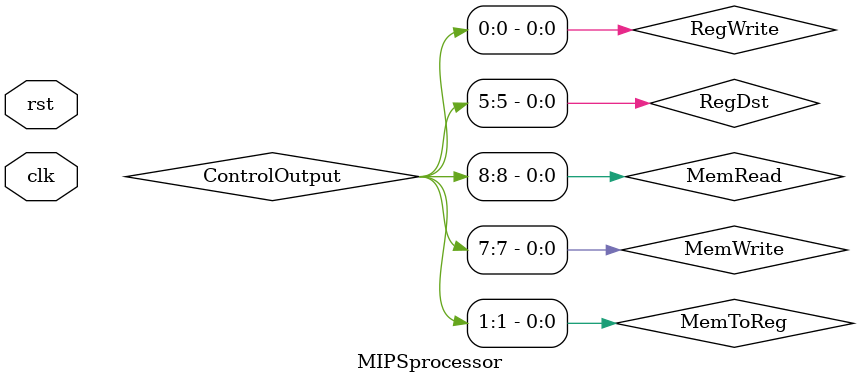
<source format=v>
`timescale 1ns/1ns

module MIPSprocessor (input clk, rst);
    
    wire PCWrite, MemWrite, MemRead, RegDst, MemtoReg, RegWrite, ALUSrc, ZeroFlag, IF_IdWriteWire, HazardSel, WriteRegSignalStage4, WriteRegSignalStage5, MemReadNextStage, aclr, EorEbar;
    wire [1:0] PcSrc, ForwardingWire3, ForwardingWire4;
    wire [2:0] ALUop;
    wire [4:0] RtWire, RsWire, RdWire, RDRegstage4, RDRegstage5, Rs, Rt;
    wire [5:0] Opcode;
    wire [8:0] ControlOutput;
    wire [31:0] Instruction;

    assign Rs = Instruction[25:21];
    assign Rt = Instruction[20:16];
    assign firstBitPcSrc = PcSrc[0];
    assign Opcode = Instruction[31:26];
    assign {MemRead, MemWrite, ALUSrc, RegDst, ALUop, MemToReg, RegWrite} = ControlOutput;

    Control CU(Instruction, EorEbar, ControlOutput, PcSrc);
    ForwardingUnit FW(RsWire, RtWire, RDRegstage4, RDRegstage5, WriteRegSignalStage4, WriteRegSignalStage5, ForwardingWire3, ForwardingWire4);
    HazardUnit HU(Rs, Rt, RdWire, MemReadNextStage, firstBitPcSrc, Opcode, PCWrite, IF_IdWriteWire, HazardSel, aclr);
    MIPSDataPath DP(rst, clk, PCWrite, IF_IdWriteWire, HazardSel, aclr, {MemRead, MemWrite, ALUSrc, RegDst, ALUop, MemToReg, RegWrite}, PcSrc, ForwardingWire3, ForwardingWire4, ZeroFlag, Instruction, RtWire, RsWire, RdWire, RDRegstage4, RDRegstage5, WriteRegSignalStage4, WriteRegSignalStage5, MemReadNextStage, EorEbar);
endmodule
</source>
